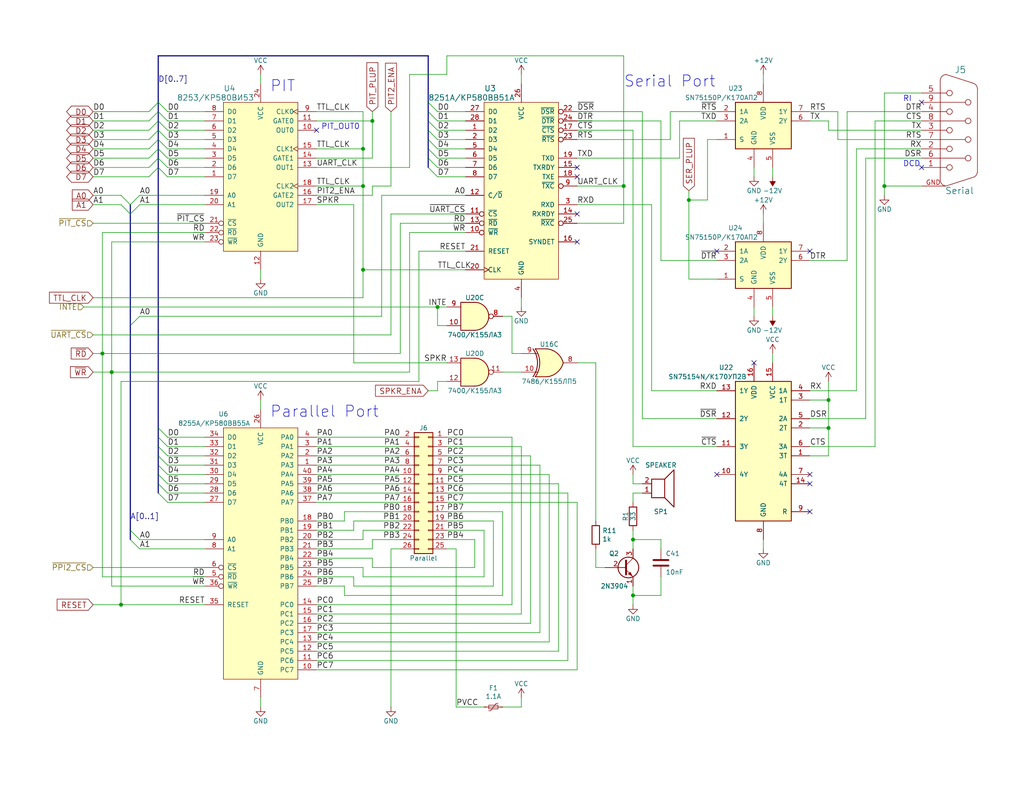
<source format=kicad_sch>
(kicad_sch (version 20211123) (generator eeschema)
  (paper "USLetter")
  (title_block (title "Radio-86RK") (date "2022-05-13") (rev "1.3") (company "Designed by Sergey Kiselev") (comment 1 "Based on the previous work by Alexey Khudyakov and Radio magazine publications") (comment 2 "Licensed under CERN-OHL-S: https://cern-ohl.web.cern.ch") (comment 3 "Documentation and design files: https://github.com/skiselev/radio-86rk") (comment 4 "Radio-86RK is an open source hardware project"))
  (junction (at 99.06 50.8))
  (junction (at 101.6 33.02))
  (junction (at 99.06 40.64))
  (junction (at 99.06 73.66))
  (junction (at 226.06 116.84))
  (junction (at 119.38 83.82))
  (junction (at 172.72 162.56))
  (junction (at 27.94 96.52))
  (junction (at 187.96 54.61))
  (junction (at 30.48 101.6))
  (junction (at 226.06 109.22))
  (junction (at 33.02 165.1))
  (junction (at 170.18 50.8))
  (junction (at 241.3 50.8))
  (junction (at 172.72 147.32))
  (no_connect (at 157.48 48.26))
  (no_connect (at 220.98 129.54))
  (no_connect (at 157.48 58.42))
  (no_connect (at 157.48 45.72))
  (no_connect (at 220.98 68.58))
  (no_connect (at 205.74 99.06))
  (no_connect (at 195.58 129.54))
  (no_connect (at 86.36 35.56))
  (no_connect (at 251.46 45.72))
  (no_connect (at 251.46 27.94))
  (no_connect (at 220.98 139.7))
  (no_connect (at 195.58 68.58))
  (no_connect (at 220.98 132.08))
  (no_connect (at 157.48 66.04))
  (bus_entry (at 40.64 40.64) (size 2.54 -2.54))
  (bus_entry (at 45.72 40.64) (size -2.54 -2.54))
  (bus_entry (at 45.72 33.02) (size -2.54 -2.54))
  (bus_entry (at 40.64 33.02) (size 2.54 -2.54))
  (bus_entry (at 119.38 38.1) (size -2.54 -2.54))
  (bus_entry (at 119.38 33.02) (size -2.54 -2.54))
  (bus_entry (at 40.64 38.1) (size 2.54 -2.54))
  (bus_entry (at 119.38 45.72) (size -2.54 -2.54))
  (bus_entry (at 45.72 45.72) (size -2.54 -2.54))
  (bus_entry (at 119.38 48.26) (size -2.54 -2.54))
  (bus_entry (at 45.72 132.08) (size -2.54 -2.54))
  (bus_entry (at 119.38 43.18) (size -2.54 -2.54))
  (bus_entry (at 40.64 43.18) (size 2.54 -2.54))
  (bus_entry (at 45.72 127) (size -2.54 -2.54))
  (bus_entry (at 45.72 129.54) (size -2.54 -2.54))
  (bus_entry (at 40.64 35.56) (size 2.54 -2.54))
  (bus_entry (at 119.38 30.48) (size -2.54 -2.54))
  (bus_entry (at 45.72 134.62) (size -2.54 -2.54))
  (bus_entry (at 35.56 55.88) (size 2.54 -2.54))
  (bus_entry (at 45.72 119.38) (size -2.54 -2.54))
  (bus_entry (at 35.56 147.32) (size 2.54 2.54))
  (bus_entry (at 45.72 137.16) (size -2.54 -2.54))
  (bus_entry (at 45.72 35.56) (size -2.54 -2.54))
  (bus_entry (at 45.72 30.48) (size -2.54 -2.54))
  (bus_entry (at 119.38 40.64) (size -2.54 -2.54))
  (bus_entry (at 35.56 55.88) (size -2.54 -2.54))
  (bus_entry (at 119.38 35.56) (size -2.54 -2.54))
  (bus_entry (at 40.64 45.72) (size 2.54 -2.54))
  (bus_entry (at 33.02 55.88) (size 2.54 2.54))
  (bus_entry (at 45.72 38.1) (size -2.54 -2.54))
  (bus_entry (at 45.72 121.92) (size -2.54 -2.54))
  (bus_entry (at 40.64 30.48) (size 2.54 -2.54))
  (bus_entry (at 35.56 58.42) (size 2.54 -2.54))
  (bus_entry (at 35.56 144.78) (size 2.54 2.54))
  (bus_entry (at 40.64 48.26) (size 2.54 -2.54))
  (bus_entry (at 45.72 124.46) (size -2.54 -2.54))
  (bus_entry (at 35.56 88.9) (size 2.54 -2.54))
  (bus_entry (at 45.72 43.18) (size -2.54 -2.54))
  (bus_entry (at 45.72 48.26) (size -2.54 -2.54))
  (bus (pts (xy 43.18 27.94) (xy 43.18 30.48)))
  (wire (pts (xy 55.88 149.86) (xy 38.1 149.86)))
  (wire (pts (xy 40.64 38.1) (xy 25.4 38.1)))
  (wire (pts (xy 86.36 53.34) (xy 101.6 53.34)))
  (wire (pts (xy 182.88 30.48) (xy 195.58 30.48)))
  (bus (pts (xy 43.18 15.24) (xy 43.18 27.94)))
  (wire (pts (xy 101.6 152.4) (xy 101.6 154.94)))
  (wire (pts (xy 111.76 63.5) (xy 127 63.5)))
  (wire (pts (xy 55.88 60.96) (xy 25.4 60.96)))
  (wire (pts (xy 55.88 53.34) (xy 38.1 53.34)))
  (wire (pts (xy 106.68 149.86) (xy 106.68 193.04)))
  (wire (pts (xy 236.22 114.3) (xy 236.22 43.18)))
  (wire (pts (xy 175.26 132.08) (xy 172.72 132.08)))
  (wire (pts (xy 121.92 15.24) (xy 170.18 15.24)))
  (wire (pts (xy 104.14 86.36) (xy 38.1 86.36)))
  (wire (pts (xy 33.02 104.14) (xy 114.3 104.14)))
  (wire (pts (xy 226.06 124.46) (xy 226.06 116.84)))
  (wire (pts (xy 182.88 38.1) (xy 182.88 30.48)))
  (wire (pts (xy 22.86 83.82) (xy 119.38 83.82)))
  (wire (pts (xy 121.92 147.32) (xy 129.54 147.32)))
  (wire (pts (xy 241.3 50.8) (xy 241.3 25.4)))
  (wire (pts (xy 55.88 55.88) (xy 38.1 55.88)))
  (bus (pts (xy 43.18 38.1) (xy 43.18 40.64)))
  (wire (pts (xy 86.36 157.48) (xy 96.52 157.48)))
  (wire (pts (xy 139.7 96.52) (xy 139.7 86.36)))
  (bus (pts (xy 43.18 43.18) (xy 43.18 45.72)))
  (wire (pts (xy 86.36 154.94) (xy 99.06 154.94)))
  (wire (pts (xy 40.64 40.64) (xy 25.4 40.64)))
  (wire (pts (xy 185.42 33.02) (xy 195.58 33.02)))
  (wire (pts (xy 40.64 35.56) (xy 25.4 35.56)))
  (bus (pts (xy 116.84 27.94) (xy 116.84 30.48)))
  (wire (pts (xy 180.34 149.86) (xy 180.34 147.32)))
  (wire (pts (xy 106.68 50.8) (xy 106.68 30.48)))
  (bus (pts (xy 43.18 45.72) (xy 43.18 116.84)))
  (wire (pts (xy 228.6 30.48) (xy 228.6 38.1)))
  (bus (pts (xy 116.84 30.48) (xy 116.84 33.02)))
  (wire (pts (xy 119.38 104.14) (xy 119.38 106.68)))
  (wire (pts (xy 157.48 38.1) (xy 182.88 38.1)))
  (wire (pts (xy 27.94 96.52) (xy 27.94 63.5)))
  (wire (pts (xy 121.92 149.86) (xy 124.46 149.86)))
  (bus (pts (xy 43.18 119.38) (xy 43.18 121.92)))
  (wire (pts (xy 86.36 149.86) (xy 101.6 149.86)))
  (wire (pts (xy 86.36 147.32) (xy 99.06 147.32)))
  (wire (pts (xy 180.34 147.32) (xy 172.72 147.32)))
  (wire (pts (xy 30.48 101.6) (xy 30.48 66.04)))
  (wire (pts (xy 195.58 71.12) (xy 180.34 71.12)))
  (wire (pts (xy 172.72 144.78) (xy 172.72 147.32)))
  (wire (pts (xy 132.08 157.48) (xy 132.08 144.78)))
  (wire (pts (xy 172.72 165.1) (xy 172.72 162.56)))
  (wire (pts (xy 220.98 121.92) (xy 238.76 121.92)))
  (wire (pts (xy 40.64 30.48) (xy 25.4 30.48)))
  (wire (pts (xy 101.6 33.02) (xy 101.6 30.48)))
  (bus (pts (xy 116.84 15.24) (xy 116.84 27.94)))
  (wire (pts (xy 226.06 33.02) (xy 220.98 33.02)))
  (wire (pts (xy 40.64 48.26) (xy 25.4 48.26)))
  (wire (pts (xy 241.3 50.8) (xy 241.3 53.34)))
  (wire (pts (xy 157.48 50.8) (xy 170.18 50.8)))
  (wire (pts (xy 187.96 54.61) (xy 187.96 76.2)))
  (wire (pts (xy 231.14 30.48) (xy 231.14 71.12)))
  (wire (pts (xy 175.26 134.62) (xy 172.72 134.62)))
  (wire (pts (xy 71.12 109.22) (xy 71.12 111.76)))
  (wire (pts (xy 231.14 71.12) (xy 220.98 71.12)))
  (wire (pts (xy 101.6 149.86) (xy 101.6 147.32)))
  (wire (pts (xy 220.98 30.48) (xy 228.6 30.48)))
  (wire (pts (xy 205.74 48.26) (xy 205.74 45.72)))
  (wire (pts (xy 233.68 40.64) (xy 233.68 106.68)))
  (wire (pts (xy 111.76 63.5) (xy 111.76 101.6)))
  (wire (pts (xy 172.72 35.56) (xy 172.72 121.92)))
  (wire (pts (xy 251.46 30.48) (xy 231.14 30.48)))
  (bus (pts (xy 43.18 132.08) (xy 43.18 134.62)))
  (wire (pts (xy 111.76 45.72) (xy 111.76 20.32)))
  (wire (pts (xy 185.42 43.18) (xy 185.42 33.02)))
  (wire (pts (xy 55.88 66.04) (xy 30.48 66.04)))
  (wire (pts (xy 226.06 116.84) (xy 226.06 109.22)))
  (wire (pts (xy 109.22 149.86) (xy 106.68 149.86)))
  (wire (pts (xy 111.76 101.6) (xy 30.48 101.6)))
  (wire (pts (xy 134.62 160.02) (xy 96.52 160.02)))
  (bus (pts (xy 43.18 127) (xy 43.18 129.54)))
  (wire (pts (xy 121.92 124.46) (xy 144.78 124.46)))
  (wire (pts (xy 86.36 55.88) (xy 96.52 55.88)))
  (wire (pts (xy 172.72 129.54) (xy 172.72 132.08)))
  (wire (pts (xy 55.88 45.72) (xy 45.72 45.72)))
  (wire (pts (xy 193.04 54.61) (xy 193.04 38.1)))
  (wire (pts (xy 172.72 35.56) (xy 157.48 35.56)))
  (wire (pts (xy 172.72 147.32) (xy 172.72 149.86)))
  (wire (pts (xy 238.76 33.02) (xy 251.46 33.02)))
  (wire (pts (xy 30.48 160.02) (xy 55.88 160.02)))
  (wire (pts (xy 157.48 43.18) (xy 185.42 43.18)))
  (wire (pts (xy 127 35.56) (xy 119.38 35.56)))
  (bus (pts (xy 116.84 33.02) (xy 116.84 35.56)))
  (wire (pts (xy 127 40.64) (xy 119.38 40.64)))
  (wire (pts (xy 55.88 124.46) (xy 45.72 124.46)))
  (bus (pts (xy 35.56 144.78) (xy 35.56 147.32)))
  (wire (pts (xy 86.36 152.4) (xy 101.6 152.4)))
  (wire (pts (xy 121.92 88.9) (xy 119.38 88.9)))
  (wire (pts (xy 86.36 175.26) (xy 149.86 175.26)))
  (wire (pts (xy 236.22 43.18) (xy 251.46 43.18)))
  (wire (pts (xy 210.82 83.82) (xy 210.82 86.36)))
  (wire (pts (xy 71.12 193.04) (xy 71.12 190.5)))
  (wire (pts (xy 220.98 106.68) (xy 233.68 106.68)))
  (wire (pts (xy 86.36 142.24) (xy 93.98 142.24)))
  (wire (pts (xy 121.92 121.92) (xy 142.24 121.92)))
  (bus (pts (xy 43.18 124.46) (xy 43.18 127)))
  (wire (pts (xy 86.36 172.72) (xy 147.32 172.72)))
  (wire (pts (xy 99.06 40.64) (xy 99.06 30.48)))
  (wire (pts (xy 220.98 114.3) (xy 236.22 114.3)))
  (wire (pts (xy 142.24 20.32) (xy 142.24 22.86)))
  (wire (pts (xy 137.16 162.56) (xy 93.98 162.56)))
  (wire (pts (xy 111.76 20.32) (xy 121.92 20.32)))
  (wire (pts (xy 137.16 193.04) (xy 142.24 193.04)))
  (wire (pts (xy 27.94 157.48) (xy 55.88 157.48)))
  (wire (pts (xy 55.88 30.48) (xy 45.72 30.48)))
  (wire (pts (xy 86.36 160.02) (xy 93.98 160.02)))
  (wire (pts (xy 127 48.26) (xy 119.38 48.26)))
  (wire (pts (xy 55.88 38.1) (xy 45.72 38.1)))
  (wire (pts (xy 99.06 73.66) (xy 99.06 81.28)))
  (bus (pts (xy 43.18 33.02) (xy 43.18 35.56)))
  (wire (pts (xy 121.92 142.24) (xy 134.62 142.24)))
  (wire (pts (xy 114.3 104.14) (xy 114.3 68.58)))
  (wire (pts (xy 121.92 20.32) (xy 121.92 15.24)))
  (wire (pts (xy 106.68 58.42) (xy 127 58.42)))
  (wire (pts (xy 172.72 162.56) (xy 172.72 160.02)))
  (wire (pts (xy 121.92 127) (xy 147.32 127)))
  (wire (pts (xy 121.92 144.78) (xy 132.08 144.78)))
  (wire (pts (xy 121.92 137.16) (xy 157.48 137.16)))
  (wire (pts (xy 86.36 134.62) (xy 109.22 134.62)))
  (wire (pts (xy 228.6 38.1) (xy 251.46 38.1)))
  (wire (pts (xy 71.12 73.66) (xy 71.12 76.2)))
  (wire (pts (xy 86.36 40.64) (xy 99.06 40.64)))
  (wire (pts (xy 27.94 157.48) (xy 27.94 96.52)))
  (wire (pts (xy 162.56 99.06) (xy 157.48 99.06)))
  (wire (pts (xy 99.06 144.78) (xy 99.06 147.32)))
  (wire (pts (xy 195.58 38.1) (xy 193.04 38.1)))
  (wire (pts (xy 172.72 162.56) (xy 180.34 162.56)))
  (wire (pts (xy 175.26 114.3) (xy 195.58 114.3)))
  (bus (pts (xy 116.84 43.18) (xy 116.84 45.72)))
  (wire (pts (xy 86.36 180.34) (xy 154.94 180.34)))
  (wire (pts (xy 33.02 53.34) (xy 25.4 53.34)))
  (wire (pts (xy 132.08 193.04) (xy 124.46 193.04)))
  (wire (pts (xy 238.76 33.02) (xy 238.76 121.92)))
  (wire (pts (xy 144.78 124.46) (xy 144.78 170.18)))
  (wire (pts (xy 86.36 33.02) (xy 101.6 33.02)))
  (wire (pts (xy 109.22 60.96) (xy 127 60.96)))
  (wire (pts (xy 187.96 52.07) (xy 187.96 54.61)))
  (wire (pts (xy 101.6 147.32) (xy 109.22 147.32)))
  (wire (pts (xy 121.92 132.08) (xy 152.4 132.08)))
  (wire (pts (xy 101.6 43.18) (xy 101.6 33.02)))
  (wire (pts (xy 121.92 134.62) (xy 154.94 134.62)))
  (wire (pts (xy 30.48 101.6) (xy 30.48 160.02)))
  (wire (pts (xy 251.46 40.64) (xy 233.68 40.64)))
  (wire (pts (xy 93.98 162.56) (xy 93.98 160.02)))
  (wire (pts (xy 162.56 149.86) (xy 162.56 154.94)))
  (wire (pts (xy 33.02 165.1) (xy 25.4 165.1)))
  (wire (pts (xy 55.88 132.08) (xy 45.72 132.08)))
  (wire (pts (xy 170.18 60.96) (xy 157.48 60.96)))
  (wire (pts (xy 55.88 137.16) (xy 45.72 137.16)))
  (wire (pts (xy 86.36 43.18) (xy 101.6 43.18)))
  (wire (pts (xy 25.4 96.52) (xy 27.94 96.52)))
  (wire (pts (xy 127 45.72) (xy 119.38 45.72)))
  (wire (pts (xy 55.88 35.56) (xy 45.72 35.56)))
  (wire (pts (xy 142.24 193.04) (xy 142.24 190.5)))
  (wire (pts (xy 101.6 53.34) (xy 101.6 50.8)))
  (wire (pts (xy 33.02 55.88) (xy 25.4 55.88)))
  (wire (pts (xy 40.64 45.72) (xy 25.4 45.72)))
  (bus (pts (xy 43.18 30.48) (xy 43.18 33.02)))
  (wire (pts (xy 119.38 106.68) (xy 116.84 106.68)))
  (wire (pts (xy 177.8 106.68) (xy 195.58 106.68)))
  (wire (pts (xy 149.86 129.54) (xy 149.86 175.26)))
  (wire (pts (xy 142.24 96.52) (xy 139.7 96.52)))
  (wire (pts (xy 208.28 20.32) (xy 208.28 22.86)))
  (wire (pts (xy 134.62 142.24) (xy 134.62 160.02)))
  (wire (pts (xy 170.18 50.8) (xy 170.18 60.96)))
  (wire (pts (xy 154.94 134.62) (xy 154.94 180.34)))
  (wire (pts (xy 86.36 30.48) (xy 99.06 30.48)))
  (wire (pts (xy 25.4 101.6) (xy 30.48 101.6)))
  (wire (pts (xy 99.06 144.78) (xy 109.22 144.78)))
  (wire (pts (xy 99.06 154.94) (xy 99.06 157.48)))
  (wire (pts (xy 175.26 114.3) (xy 175.26 30.48)))
  (bus (pts (xy 43.18 116.84) (xy 43.18 119.38)))
  (bus (pts (xy 43.18 40.64) (xy 43.18 43.18)))
  (wire (pts (xy 208.28 147.32) (xy 208.28 149.86)))
  (wire (pts (xy 142.24 101.6) (xy 137.16 101.6)))
  (wire (pts (xy 96.52 142.24) (xy 109.22 142.24)))
  (wire (pts (xy 127 33.02) (xy 119.38 33.02)))
  (wire (pts (xy 55.88 154.94) (xy 25.4 154.94)))
  (wire (pts (xy 104.14 53.34) (xy 127 53.34)))
  (wire (pts (xy 40.64 43.18) (xy 25.4 43.18)))
  (wire (pts (xy 86.36 124.46) (xy 109.22 124.46)))
  (wire (pts (xy 101.6 50.8) (xy 106.68 50.8)))
  (wire (pts (xy 55.88 121.92) (xy 45.72 121.92)))
  (wire (pts (xy 157.48 33.02) (xy 180.34 33.02)))
  (wire (pts (xy 96.52 55.88) (xy 96.52 99.06)))
  (wire (pts (xy 127 38.1) (xy 119.38 38.1)))
  (wire (pts (xy 220.98 124.46) (xy 226.06 124.46)))
  (wire (pts (xy 40.64 33.02) (xy 25.4 33.02)))
  (wire (pts (xy 86.36 127) (xy 109.22 127)))
  (bus (pts (xy 43.18 35.56) (xy 43.18 38.1)))
  (wire (pts (xy 55.88 129.54) (xy 45.72 129.54)))
  (wire (pts (xy 208.28 58.42) (xy 208.28 60.96)))
  (wire (pts (xy 220.98 116.84) (xy 226.06 116.84)))
  (wire (pts (xy 55.88 40.64) (xy 45.72 40.64)))
  (wire (pts (xy 99.06 50.8) (xy 99.06 73.66)))
  (wire (pts (xy 139.7 165.1) (xy 139.7 119.38)))
  (wire (pts (xy 86.36 45.72) (xy 111.76 45.72)))
  (wire (pts (xy 210.82 45.72) (xy 210.82 48.26)))
  (wire (pts (xy 139.7 86.36) (xy 137.16 86.36)))
  (wire (pts (xy 55.88 127) (xy 45.72 127)))
  (wire (pts (xy 99.06 81.28) (xy 25.4 81.28)))
  (wire (pts (xy 93.98 139.7) (xy 109.22 139.7)))
  (wire (pts (xy 55.88 119.38) (xy 45.72 119.38)))
  (wire (pts (xy 127 30.48) (xy 119.38 30.48)))
  (wire (pts (xy 220.98 109.22) (xy 226.06 109.22)))
  (wire (pts (xy 180.34 33.02) (xy 180.34 71.12)))
  (wire (pts (xy 137.16 139.7) (xy 137.16 162.56)))
  (wire (pts (xy 127 43.18) (xy 119.38 43.18)))
  (bus (pts (xy 35.56 55.88) (xy 35.56 58.42)))
  (wire (pts (xy 180.34 162.56) (xy 180.34 157.48)))
  (wire (pts (xy 121.92 104.14) (xy 119.38 104.14)))
  (bus (pts (xy 43.18 15.24) (xy 116.84 15.24)))
  (wire (pts (xy 99.06 157.48) (xy 132.08 157.48)))
  (wire (pts (xy 177.8 55.88) (xy 177.8 106.68)))
  (bus (pts (xy 35.56 58.42) (xy 35.56 88.9)))
  (wire (pts (xy 187.96 54.61) (xy 193.04 54.61)))
  (wire (pts (xy 27.94 96.52) (xy 109.22 96.52)))
  (wire (pts (xy 124.46 193.04) (xy 124.46 149.86)))
  (wire (pts (xy 86.36 129.54) (xy 109.22 129.54)))
  (wire (pts (xy 86.36 165.1) (xy 139.7 165.1)))
  (wire (pts (xy 33.02 104.14) (xy 33.02 165.1)))
  (wire (pts (xy 119.38 83.82) (xy 121.92 83.82)))
  (wire (pts (xy 99.06 50.8) (xy 99.06 40.64)))
  (wire (pts (xy 241.3 50.8) (xy 251.46 50.8)))
  (wire (pts (xy 55.88 48.26) (xy 45.72 48.26)))
  (bus (pts (xy 43.18 121.92) (xy 43.18 124.46)))
  (wire (pts (xy 162.56 154.94) (xy 165.1 154.94)))
  (wire (pts (xy 86.36 182.88) (xy 157.48 182.88)))
  (wire (pts (xy 172.72 121.92) (xy 195.58 121.92)))
  (wire (pts (xy 162.56 142.24) (xy 162.56 99.06)))
  (wire (pts (xy 86.36 137.16) (xy 109.22 137.16)))
  (wire (pts (xy 55.88 147.32) (xy 38.1 147.32)))
  (wire (pts (xy 157.48 30.48) (xy 175.26 30.48)))
  (wire (pts (xy 106.68 91.44) (xy 106.68 58.42)))
  (wire (pts (xy 119.38 88.9) (xy 119.38 83.82)))
  (wire (pts (xy 96.52 99.06) (xy 121.92 99.06)))
  (wire (pts (xy 55.88 33.02) (xy 45.72 33.02)))
  (wire (pts (xy 226.06 109.22) (xy 226.06 104.14)))
  (wire (pts (xy 55.88 43.18) (xy 45.72 43.18)))
  (wire (pts (xy 99.06 73.66) (xy 127 73.66)))
  (wire (pts (xy 129.54 154.94) (xy 129.54 147.32)))
  (wire (pts (xy 25.4 91.44) (xy 106.68 91.44)))
  (wire (pts (xy 101.6 154.94) (xy 129.54 154.94)))
  (wire (pts (xy 27.94 63.5) (xy 55.88 63.5)))
  (wire (pts (xy 86.36 170.18) (xy 144.78 170.18)))
  (wire (pts (xy 109.22 96.52) (xy 109.22 60.96)))
  (wire (pts (xy 226.06 33.02) (xy 226.06 35.56)))
  (wire (pts (xy 86.36 119.38) (xy 109.22 119.38)))
  (bus (pts (xy 116.84 35.56) (xy 116.84 38.1)))
  (wire (pts (xy 157.48 182.88) (xy 157.48 137.16)))
  (wire (pts (xy 33.02 165.1) (xy 55.88 165.1)))
  (wire (pts (xy 142.24 121.92) (xy 142.24 167.64)))
  (wire (pts (xy 86.36 177.8) (xy 152.4 177.8)))
  (wire (pts (xy 210.82 96.52) (xy 210.82 99.06)))
  (wire (pts (xy 86.36 167.64) (xy 142.24 167.64)))
  (wire (pts (xy 205.74 86.36) (xy 205.74 83.82)))
  (wire (pts (xy 121.92 129.54) (xy 149.86 129.54)))
  (bus (pts (xy 35.56 88.9) (xy 35.56 144.78)))
  (wire (pts (xy 86.36 132.08) (xy 109.22 132.08)))
  (wire (pts (xy 147.32 127) (xy 147.32 172.72)))
  (wire (pts (xy 157.48 55.88) (xy 177.8 55.88)))
  (wire (pts (xy 96.52 160.02) (xy 96.52 157.48)))
  (wire (pts (xy 187.96 76.2) (xy 195.58 76.2)))
  (wire (pts (xy 114.3 68.58) (xy 127 68.58)))
  (wire (pts (xy 86.36 144.78) (xy 96.52 144.78)))
  (bus (pts (xy 116.84 40.64) (xy 116.84 43.18)))
  (wire (pts (xy 86.36 121.92) (xy 109.22 121.92)))
  (wire (pts (xy 121.92 139.7) (xy 137.16 139.7)))
  (wire (pts (xy 86.36 50.8) (xy 99.06 50.8)))
  (bus (pts (xy 43.18 129.54) (xy 43.18 132.08)))
  (wire (pts (xy 96.52 144.78) (xy 96.52 142.24)))
  (wire (pts (xy 152.4 177.8) (xy 152.4 132.08)))
  (wire (pts (xy 241.3 25.4) (xy 251.46 25.4)))
  (wire (pts (xy 226.06 35.56) (xy 251.46 35.56)))
  (wire (pts (xy 55.88 134.62) (xy 45.72 134.62)))
  (wire (pts (xy 93.98 142.24) (xy 93.98 139.7)))
  (wire (pts (xy 121.92 119.38) (xy 139.7 119.38)))
  (wire (pts (xy 142.24 81.28) (xy 142.24 83.82)))
  (wire (pts (xy 170.18 15.24) (xy 170.18 50.8)))
  (wire (pts (xy 71.12 20.32) (xy 71.12 22.86)))
  (wire (pts (xy 172.72 134.62) (xy 172.72 137.16)))
  (wire (pts (xy 104.14 53.34) (xy 104.14 86.36)))
  (bus (pts (xy 116.84 38.1) (xy 116.84 40.64)))
  (text "PIT" (at 73.66 25.4 0) (effects (font (size 3.048 3.048)) (justify left bottom)))
  (text "DCD" (at 246.38 45.72 0) (effects (font (size 1.524 1.524)) (justify left bottom)))
  (text "PIT_OUT0" (at 87.63 35.56 0) (effects (font (size 1.524 1.524)) (justify left bottom)))
  (text "Parallel Port" (at 73.66 114.3 0) (effects (font (size 3.048 3.048)) (justify left bottom)))
  (text "Serial Port" (at 170.18 24.13 0) (effects (font (size 3.048 3.048)) (justify left bottom)))
  (text "RI" (at 246.38 27.94 0) (effects (font (size 1.524 1.524)) (justify left bottom)))
  (label "PA6" (at 86.36 134.62 0) (effects (font (size 1.524 1.524))))
  (label "RESET" (at 55.88 165.1 180) (effects (font (size 1.524 1.524))))
  (label "PA3" (at 109.22 127 180) (effects (font (size 1.524 1.524))))
  (label "CTS" (at 251.46 33.02 180) (effects (font (size 1.524 1.524))))
  (label "D4" (at 119.38 40.64 0) (effects (font (size 1.524 1.524))))
  (label "DSR" (at 251.46 43.18 180) (effects (font (size 1.524 1.524))))
  (label "PC6" (at 121.92 134.62 0) (effects (font (size 1.524 1.524))))
  (label "~{RTS}" (at 157.48 38.1 0) (effects (font (size 1.524 1.524))))
  (label "D3" (at 119.38 38.1 0) (effects (font (size 1.524 1.524))))
  (label "RX" (at 251.46 40.64 180) (effects (font (size 1.524 1.524))))
  (label "DSR" (at 220.98 114.3 0) (effects (font (size 1.524 1.524))))
  (label "PB4" (at 86.36 152.4 0) (effects (font (size 1.524 1.524))))
  (label "PA6" (at 109.22 134.62 180) (effects (font (size 1.524 1.524))))
  (label "D0" (at 45.72 30.48 0) (effects (font (size 1.524 1.524))))
  (label "PC7" (at 121.92 137.16 0) (effects (font (size 1.524 1.524))))
  (label "~{DTR}" (at 157.48 33.02 0) (effects (font (size 1.524 1.524))))
  (label "PVCC" (at 124.46 193.04 0) (effects (font (size 1.524 1.524))))
  (label "PC0" (at 121.92 119.38 0) (effects (font (size 1.524 1.524))))
  (label "PA4" (at 109.22 129.54 180) (effects (font (size 1.524 1.524))))
  (label "D7" (at 25.4 48.26 0) (effects (font (size 1.524 1.524))))
  (label "TTL_CLK" (at 86.36 40.64 0) (effects (font (size 1.524 1.524))))
  (label "PA4" (at 86.36 129.54 0) (effects (font (size 1.524 1.524))))
  (label "PA1" (at 109.22 121.92 180) (effects (font (size 1.524 1.524))))
  (label "PB3" (at 109.22 147.32 180) (effects (font (size 1.524 1.524))))
  (label "D1" (at 45.72 121.92 0) (effects (font (size 1.524 1.524))))
  (label "A1" (at 25.4 55.88 0) (effects (font (size 1.524 1.524))))
  (label "CTS" (at 220.98 121.92 0) (effects (font (size 1.524 1.524))))
  (label "A0" (at 127 53.34 180) (effects (font (size 1.524 1.524))))
  (label "TXD" (at 157.48 43.18 0) (effects (font (size 1.524 1.524))))
  (label "D7" (at 45.72 137.16 0) (effects (font (size 1.524 1.524))))
  (label "RXD" (at 195.58 106.68 180) (effects (font (size 1.524 1.524))))
  (label "A0" (at 38.1 53.34 0) (effects (font (size 1.524 1.524))))
  (label "D1" (at 119.38 33.02 0) (effects (font (size 1.524 1.524))))
  (label "~{WR}" (at 55.88 66.04 180) (effects (font (size 1.524 1.524))))
  (label "SPKR" (at 86.36 55.88 0) (effects (font (size 1.524 1.524))))
  (label "D2" (at 45.72 124.46 0) (effects (font (size 1.524 1.524))))
  (label "PB5" (at 86.36 154.94 0) (effects (font (size 1.524 1.524))))
  (label "PA0" (at 86.36 119.38 0) (effects (font (size 1.524 1.524))))
  (label "PA7" (at 109.22 137.16 180) (effects (font (size 1.524 1.524))))
  (label "RTS" (at 220.98 30.48 0) (effects (font (size 1.524 1.524))))
  (label "TXD" (at 195.58 33.02 180) (effects (font (size 1.524 1.524))))
  (label "PB6" (at 121.92 142.24 0) (effects (font (size 1.524 1.524))))
  (label "D2" (at 119.38 35.56 0) (effects (font (size 1.524 1.524))))
  (label "TX" (at 251.46 35.56 180) (effects (font (size 1.524 1.524))))
  (label "TTL_CLK" (at 119.38 73.66 0) (effects (font (size 1.524 1.524))))
  (label "PIT2_ENA" (at 86.36 53.34 0) (effects (font (size 1.524 1.524))))
  (label "PA7" (at 86.36 137.16 0) (effects (font (size 1.524 1.524))))
  (label "~{WR}" (at 55.88 160.02 180) (effects (font (size 1.524 1.524))))
  (label "D5" (at 45.72 132.08 0) (effects (font (size 1.524 1.524))))
  (label "PA2" (at 86.36 124.46 0) (effects (font (size 1.524 1.524))))
  (label "PB2" (at 86.36 147.32 0) (effects (font (size 1.524 1.524))))
  (label "UART_CLK" (at 157.48 50.8 0) (effects (font (size 1.524 1.524))))
  (label "D0" (at 119.38 30.48 0) (effects (font (size 1.524 1.524))))
  (label "A[0..1]" (at 35.56 142.24 0) (effects (font (size 1.524 1.524))))
  (label "DTR" (at 251.46 30.48 180) (effects (font (size 1.524 1.524))))
  (label "D3" (at 45.72 127 0) (effects (font (size 1.524 1.524))))
  (label "~{CTS}" (at 157.48 35.56 0) (effects (font (size 1.524 1.524))))
  (label "PB2" (at 109.22 144.78 180) (effects (font (size 1.524 1.524))))
  (label "D5" (at 25.4 43.18 0) (effects (font (size 1.524 1.524))))
  (label "PC5" (at 86.36 177.8 0) (effects (font (size 1.524 1.524))))
  (label "D6" (at 45.72 134.62 0) (effects (font (size 1.524 1.524))))
  (label "PC3" (at 121.92 127 0) (effects (font (size 1.524 1.524))))
  (label "UART_CLK" (at 86.36 45.72 0) (effects (font (size 1.524 1.524))))
  (label "A1" (at 38.1 149.86 0) (effects (font (size 1.524 1.524))))
  (label "A0" (at 25.4 53.34 0) (effects (font (size 1.524 1.524))))
  (label "PB6" (at 86.36 157.48 0) (effects (font (size 1.524 1.524))))
  (label "RX" (at 220.98 106.68 0) (effects (font (size 1.524 1.524))))
  (label "D[0..7]" (at 43.18 22.86 0) (effects (font (size 1.524 1.524))))
  (label "A0" (at 38.1 147.32 0) (effects (font (size 1.524 1.524))))
  (label "PC2" (at 121.92 124.46 0) (effects (font (size 1.524 1.524))))
  (label "D6" (at 45.72 45.72 0) (effects (font (size 1.524 1.524))))
  (label "D7" (at 45.72 48.26 0) (effects (font (size 1.524 1.524))))
  (label "TTL_CLK" (at 86.36 50.8 0) (effects (font (size 1.524 1.524))))
  (label "INTE" (at 121.92 83.82 180) (effects (font (size 1.524 1.524))))
  (label "D0" (at 25.4 30.48 0) (effects (font (size 1.524 1.524))))
  (label "PC6" (at 86.36 180.34 0) (effects (font (size 1.524 1.524))))
  (label "~{DSR}" (at 195.58 114.3 180) (effects (font (size 1.524 1.524))))
  (label "D4" (at 25.4 40.64 0) (effects (font (size 1.524 1.524))))
  (label "PB4" (at 121.92 147.32 0) (effects (font (size 1.524 1.524))))
  (label "D4" (at 45.72 129.54 0) (effects (font (size 1.524 1.524))))
  (label "D7" (at 119.38 48.26 0) (effects (font (size 1.524 1.524))))
  (label "PB7" (at 121.92 139.7 0) (effects (font (size 1.524 1.524))))
  (label "PA2" (at 109.22 124.46 180) (effects (font (size 1.524 1.524))))
  (label "PC1" (at 121.92 121.92 0) (effects (font (size 1.524 1.524))))
  (label "D6" (at 25.4 45.72 0) (effects (font (size 1.524 1.524))))
  (label "PA5" (at 86.36 132.08 0) (effects (font (size 1.524 1.524))))
  (label "D6" (at 119.38 45.72 0) (effects (font (size 1.524 1.524))))
  (label "PC2" (at 86.36 170.18 0) (effects (font (size 1.524 1.524))))
  (label "DTR" (at 220.98 71.12 0) (effects (font (size 1.524 1.524))))
  (label "~{CTS}" (at 195.58 121.92 180) (effects (font (size 1.524 1.524))))
  (label "PB7" (at 86.36 160.02 0) (effects (font (size 1.524 1.524))))
  (label "D1" (at 45.72 33.02 0) (effects (font (size 1.524 1.524))))
  (label "~{RD}" (at 55.88 63.5 180) (effects (font (size 1.524 1.524))))
  (label "SPKR" (at 121.92 99.06 180) (effects (font (size 1.524 1.524))))
  (label "D2" (at 25.4 35.56 0) (effects (font (size 1.524 1.524))))
  (label "D3" (at 25.4 38.1 0) (effects (font (size 1.524 1.524))))
  (label "~{RTS}" (at 195.58 30.48 180) (effects (font (size 1.524 1.524))))
  (label "PB1" (at 109.22 142.24 180) (effects (font (size 1.524 1.524))))
  (label "~{UART_CS}" (at 127 58.42 180) (effects (font (size 1.524 1.524))))
  (label "~{DTR}" (at 195.58 71.12 180) (effects (font (size 1.524 1.524))))
  (label "RESET" (at 127 68.58 180) (effects (font (size 1.524 1.524))))
  (label "PB3" (at 86.36 149.86 0) (effects (font (size 1.524 1.524))))
  (label "~{DSR}" (at 157.48 30.48 0) (effects (font (size 1.524 1.524))))
  (label "PC4" (at 86.36 175.26 0) (effects (font (size 1.524 1.524))))
  (label "RXD" (at 157.48 55.88 0) (effects (font (size 1.524 1.524))))
  (label "PC0" (at 86.36 165.1 0) (effects (font (size 1.524 1.524))))
  (label "PB0" (at 109.22 139.7 180) (effects (font (size 1.524 1.524))))
  (label "D5" (at 45.72 43.18 0) (effects (font (size 1.524 1.524))))
  (label "~{RD}" (at 55.88 157.48 180) (effects (font (size 1.524 1.524))))
  (label "PC4" (at 121.92 129.54 0) (effects (font (size 1.524 1.524))))
  (label "A1" (at 38.1 55.88 0) (effects (font (size 1.524 1.524))))
  (label "~{RD}" (at 127 60.96 180) (effects (font (size 1.524 1.524))))
  (label "PC3" (at 86.36 172.72 0) (effects (font (size 1.524 1.524))))
  (label "TTL_CLK" (at 86.36 30.48 0) (effects (font (size 1.524 1.524))))
  (label "D3" (at 45.72 38.1 0) (effects (font (size 1.524 1.524))))
  (label "PB0" (at 86.36 142.24 0) (effects (font (size 1.524 1.524))))
  (label "PA1" (at 86.36 121.92 0) (effects (font (size 1.524 1.524))))
  (label "PC7" (at 86.36 182.88 0) (effects (font (size 1.524 1.524))))
  (label "A0" (at 38.1 86.36 0) (effects (font (size 1.524 1.524))))
  (label "PA5" (at 109.22 132.08 180) (effects (font (size 1.524 1.524))))
  (label "D5" (at 119.38 43.18 0) (effects (font (size 1.524 1.524))))
  (label "PC1" (at 86.36 167.64 0) (effects (font (size 1.524 1.524))))
  (label "RTS" (at 251.46 38.1 180) (effects (font (size 1.524 1.524))))
  (label "D1" (at 25.4 33.02 0) (effects (font (size 1.524 1.524))))
  (label "~{WR}" (at 127 63.5 180) (effects (font (size 1.524 1.524))))
  (label "PA3" (at 86.36 127 0) (effects (font (size 1.524 1.524))))
  (label "PB1" (at 86.36 144.78 0) (effects (font (size 1.524 1.524))))
  (label "D2" (at 45.72 35.56 0) (effects (font (size 1.524 1.524))))
  (label "~{PIT_CS}" (at 55.88 60.96 180) (effects (font (size 1.524 1.524))))
  (label "D4" (at 45.72 40.64 0) (effects (font (size 1.524 1.524))))
  (label "D0" (at 45.72 119.38 0) (effects (font (size 1.524 1.524))))
  (label "TX" (at 220.98 33.02 0) (effects (font (size 1.524 1.524))))
  (label "PB5" (at 121.92 144.78 0) (effects (font (size 1.524 1.524))))
  (label "PC5" (at 121.92 132.08 0) (effects (font (size 1.524 1.524))))
  (label "PA0" (at 109.22 119.38 180) (effects (font (size 1.524 1.524))))
  (global_label "D1" (shape bidirectional) (at 25.4 33.02 180) (effects (font (size 1.524 1.524))) (property "Intersheet References" "${INTERSHEET_REFS}" (effects hide)))
  (global_label "PIT_PLUP" (shape input) (at 101.6 30.48 90) (effects (font (size 1.524 1.524))) (property "Intersheet References" "${INTERSHEET_REFS}" (effects hide)))
  (global_label "SPKR_ENA" (shape input) (at 116.84 106.68 180) (effects (font (size 1.524 1.524))) (property "Intersheet References" "${INTERSHEET_REFS}" (effects hide)))
  (global_label "~{WR}" (shape input) (at 25.4 101.6 180) (effects (font (size 1.524 1.524))) (property "Intersheet References" "${INTERSHEET_REFS}" (effects hide)))
  (global_label "D7" (shape bidirectional) (at 25.4 48.26 180) (effects (font (size 1.524 1.524))) (property "Intersheet References" "${INTERSHEET_REFS}" (effects hide)))
  (global_label "D4" (shape bidirectional) (at 25.4 40.64 180) (effects (font (size 1.524 1.524))) (property "Intersheet References" "${INTERSHEET_REFS}" (effects hide)))
  (global_label "D5" (shape bidirectional) (at 25.4 43.18 180) (effects (font (size 1.524 1.524))) (property "Intersheet References" "${INTERSHEET_REFS}" (effects hide)))
  (global_label "A0" (shape input) (at 25.4 53.34 180) (effects (font (size 1.524 1.524))) (property "Intersheet References" "${INTERSHEET_REFS}" (effects hide)))
  (global_label "TTL_CLK" (shape input) (at 25.4 81.28 180) (effects (font (size 1.524 1.524))) (property "Intersheet References" "${INTERSHEET_REFS}" (effects hide)))
  (global_label "D2" (shape bidirectional) (at 25.4 35.56 180) (effects (font (size 1.524 1.524))) (property "Intersheet References" "${INTERSHEET_REFS}" (effects hide)))
  (global_label "D6" (shape bidirectional) (at 25.4 45.72 180) (effects (font (size 1.524 1.524))) (property "Intersheet References" "${INTERSHEET_REFS}" (effects hide)))
  (global_label "D3" (shape bidirectional) (at 25.4 38.1 180) (effects (font (size 1.524 1.524))) (property "Intersheet References" "${INTERSHEET_REFS}" (effects hide)))
  (global_label "PIT2_ENA" (shape input) (at 106.68 30.48 90) (effects (font (size 1.524 1.524))) (property "Intersheet References" "${INTERSHEET_REFS}" (effects hide)))
  (global_label "~{RD}" (shape input) (at 25.4 96.52 180) (effects (font (size 1.524 1.524))) (property "Intersheet References" "${INTERSHEET_REFS}" (effects hide)))
  (global_label "D0" (shape bidirectional) (at 25.4 30.48 180) (effects (font (size 1.524 1.524))) (property "Intersheet References" "${INTERSHEET_REFS}" (effects hide)))
  (global_label "RESET" (shape input) (at 25.4 165.1 180) (effects (font (size 1.524 1.524))) (property "Intersheet References" "${INTERSHEET_REFS}" (effects hide)))
  (global_label "A1" (shape input) (at 25.4 55.88 180) (effects (font (size 1.524 1.524))) (property "Intersheet References" "${INTERSHEET_REFS}" (effects hide)))
  (global_label "SER_PLUP" (shape input) (at 187.96 52.07 90) (effects (font (size 1.524 1.524))) (property "Intersheet References" "${INTERSHEET_REFS}" (effects hide)))
  (hierarchical_label "~{UART_CS}" (shape input) (at 25.4 91.44 180) (effects (font (size 1.524 1.524))))
  (hierarchical_label "INTE" (shape input) (at 22.86 83.82 180) (effects (font (size 1.524 1.524))))
  (hierarchical_label "~{PIT_CS}" (shape input) (at 25.4 60.96 180) (effects (font (size 1.524 1.524))))
  (hierarchical_label "~{PPI2_CS}" (shape input) (at 25.4 154.94 180) (effects (font (size 1.524 1.524))))
  (symbol (lib_id "my_components:8255") (at 71.12 151.13 0) (unit 1)
    (property "Reference" "U6" (at 60.96 113.03 0))
    (property "Value" "8255A/КР580ВВ55А" (at 58.42 115.57 0))
    (property "Footprint" "My_Components:IC_DIP40_600" (effects hide))
    (property "Datasheet" "http://aturing.umcs.maine.edu/~meadow/courses/cos335/Intel8255A.pdf" (effects hide))
  )
  (symbol (lib_id "power:GND") (at 71.12 193.04 0) (unit 1)
    (property "Reference" "#PWR0167" (effects hide))
    (property "Value" "GND" (at 71.12 196.85 0))
  )
  (symbol (lib_id "power:VCC") (at 71.12 109.22 0) (unit 1)
    (property "Reference" "#PWR0168" (effects hide))
    (property "Value" "VCC" (at 71.12 105.41 0))
  )
  (symbol (lib_id "power:VCC") (at 172.72 129.54 0) (unit 1)
    (property "Reference" "#PWR0117" (effects hide))
    (property "Value" "VCC" (at 172.72 125.73 0))
  )
  (symbol (lib_id "Device:Polyfuse_Small") (at 134.62 193.04 270) (unit 1)
    (property "Reference" "F1" (at 134.62 187.833 90))
    (property "Value" "1.1A" (at 134.62 190.1444 90))
    (property "Footprint" "My_Components:Cap_Cer_508" (effects hide))
  )
  (symbol (lib_id "74xx:74LS86") (at 149.86 99.06 0) (unit 3)
    (property "Reference" "U16" (at 149.86 93.98 0))
    (property "Value" "7486/К155ЛП5" (at 149.86 104.14 0))
    (property "Footprint" "My_Components:IC_DIP14_300" (effects hide))
    (property "Datasheet" "74xx/74ls86.pdf" (effects hide))
  )
  (symbol (lib_id "Device:Q_NPN_EBC") (at 170.18 154.94 0) (unit 1)
    (property "Reference" "Q2" (at 168.91 151.13 0) (effects (justify right)))
    (property "Value" "2N3904" (at 171.45 160.02 0) (effects (justify right)))
    (property "Footprint" "My_Components:Transistor_TO92_EBC_254" (effects hide))
  )
  (symbol (lib_id "power:GND") (at 172.72 165.1 0) (mirror y) (unit 1)
    (property "Reference" "#PWR0166" (effects hide))
    (property "Value" "GND" (at 172.72 168.91 0))
  )
  (symbol (lib_id "Device:C") (at 180.34 153.67 0) (unit 1)
    (property "Reference" "C41" (at 181.61 151.13 0) (effects (justify left)))
    (property "Value" "10nF" (at 181.61 156.21 0) (effects (justify left)))
    (property "Footprint" "My_Components:Cap_Cer_508" (effects hide))
  )
  (symbol (lib_id "power:VCC") (at 142.24 20.32 0) (mirror y) (unit 1)
    (property "Reference" "#PWR0186" (effects hide))
    (property "Value" "VCC" (at 142.24 16.51 0))
  )
  (symbol (lib_id "power:GND") (at 142.24 83.82 0) (unit 1)
    (property "Reference" "#PWR0187" (effects hide))
    (property "Value" "GND" (at 142.24 87.63 0))
  )
  (symbol (lib_id "power:VCC") (at 142.24 190.5 0) (unit 1)
    (property "Reference" "#PWR0188" (effects hide))
    (property "Value" "VCC" (at 142.24 186.69 0))
  )
  (symbol (lib_id "power:GND") (at 71.12 76.2 0) (unit 1)
    (property "Reference" "#PWR0189" (effects hide))
    (property "Value" "GND" (at 71.12 80.01 0))
  )
  (symbol (lib_id "power:VCC") (at 71.12 20.32 0) (mirror y) (unit 1)
    (property "Reference" "#PWR0190" (effects hide))
    (property "Value" "VCC" (at 71.12 16.51 0))
  )
  (symbol (lib_id "Connector_Generic:Conn_02x13_Odd_Even") (at 116.84 134.62 0) (mirror y) (unit 1)
    (property "Reference" "J6" (at 115.57 116.84 0))
    (property "Value" "Parallel" (at 115.57 152.4 0))
    (property "Footprint" "My_Components:Conn_Pin_Header_13x2_2.54mm_Shrouded" (effects hide))
  )
  (symbol (lib_id "power:GND") (at 106.68 193.04 0) (mirror y) (unit 1)
    (property "Reference" "#PWR0101" (effects hide))
    (property "Value" "GND" (at 106.68 196.85 0))
  )
  (symbol (lib_id "my_components:8254") (at 71.12 48.26 0) (unit 1)
    (property "Reference" "U4" (at 60.96 24.13 0) (effects (font (size 1.524 1.524)) (justify left)))
    (property "Value" "8253/КР580ВИ53" (at 48.26 26.67 0) (effects (font (size 1.524 1.524)) (justify left)))
    (property "Footprint" "My_Components:IC_DIP24_600" (effects hide))
  )
  (symbol (lib_id "my_components:8251A") (at 142.24 52.07 0) (unit 1)
    (property "Reference" "U3" (at 132.08 24.13 0) (effects (font (size 1.524 1.524)) (justify left)))
    (property "Value" "8251A/КР580ВВ51А" (at 116.84 26.67 0) (effects (font (size 1.524 1.524)) (justify left)))
    (property "Footprint" "My_Components:IC_DIP28_600" (effects hide))
  )
  (symbol (lib_id "my_components:SN75150P") (at 208.28 34.29 0) (unit 1)
    (property "Reference" "U23" (at 200.66 24.13 0))
    (property "Value" "SN75150P/К170АП2" (at 196.85 26.67 0))
    (property "Footprint" "My_Components:IC_DIP8_300" (effects hide))
    (property "Datasheet" "https://www.ti.com/lit/ds/symlink/sn75150.pdf" (effects hide))
  )
  (symbol (lib_id "my_components:SN75150P") (at 208.28 72.39 0) (unit 1)
    (property "Reference" "U24" (at 200.66 62.23 0))
    (property "Value" "SN75150P/К170АП2" (at 196.85 64.77 0))
    (property "Footprint" "My_Components:IC_DIP8_300" (effects hide))
    (property "Datasheet" "https://www.ti.com/lit/ds/symlink/sn75150.pdf" (effects hide))
  )
  (symbol (lib_id "my_components:SN75154P") (at 208.28 123.19 0) (mirror y) (unit 1)
    (property "Reference" "U22" (at 198.12 100.33 0))
    (property "Value" "SN75154N/К170УП2В" (at 193.04 102.87 0))
    (property "Footprint" "My_Components:IC_DIP16_300" (effects hide))
    (property "Datasheet" "https://www.ti.com/lit/ds/symlink/sn75154.pdf" (effects hide))
  )
  (symbol (lib_id "power:+12V") (at 208.28 58.42 0) (unit 1)
    (property "Reference" "#PWR0103" (effects hide))
    (property "Value" "+12V" (at 208.28 54.61 0))
  )
  (symbol (lib_id "power:-12V") (at 210.82 86.36 180) (unit 1)
    (property "Reference" "#PWR0104" (effects hide))
    (property "Value" "-12V" (at 210.82 90.17 0))
  )
  (symbol (lib_id "power:GND") (at 205.74 86.36 0) (unit 1)
    (property "Reference" "#PWR0105" (effects hide))
    (property "Value" "GND" (at 205.74 90.17 0))
  )
  (symbol (lib_id "power:-12V") (at 210.82 48.26 180) (unit 1)
    (property "Reference" "#PWR0106" (effects hide))
    (property "Value" "-12V" (at 210.82 52.07 0))
  )
  (symbol (lib_id "power:GND") (at 205.74 48.26 0) (unit 1)
    (property "Reference" "#PWR0107" (effects hide))
    (property "Value" "GND" (at 205.74 52.07 0))
  )
  (symbol (lib_id "power:+12V") (at 208.28 20.32 0) (unit 1)
    (property "Reference" "#PWR0108" (effects hide))
    (property "Value" "+12V" (at 208.28 16.51 0))
  )
  (symbol (lib_id "power:GND") (at 208.28 149.86 0) (mirror y) (unit 1)
    (property "Reference" "#PWR0109" (effects hide))
    (property "Value" "GND" (at 208.28 153.67 0))
  )
  (symbol (lib_id "power:VCC") (at 210.82 96.52 0) (mirror y) (unit 1)
    (property "Reference" "#PWR0110" (effects hide))
    (property "Value" "VCC" (at 210.82 92.71 0))
  )
  (symbol (lib_id "my_components:DE9") (at 261.62 35.56 0) (unit 1)
    (property "Reference" "J5" (at 260.35 19.05 0) (effects (font (size 1.778 1.778)) (justify left)))
    (property "Value" "Serial" (at 257.81 52.07 0) (effects (font (size 1.778 1.778)) (justify left)))
    (property "Footprint" "My_Components:Conn_Dsub_DE9M" (effects hide))
  )
  (symbol (lib_id "Device:R") (at 162.56 146.05 0) (unit 1)
    (property "Reference" "R11" (at 164.338 144.8816 0) (effects (justify left)))
    (property "Value" "1k" (at 164.338 147.193 0) (effects (justify left)))
    (property "Footprint" "My_Components:Res_762" (effects hide))
  )
  (symbol (lib_id "power:VCC") (at 226.06 104.14 0) (mirror y) (unit 1)
    (property "Reference" "#PWR0113" (effects hide))
    (property "Value" "VCC" (at 226.06 100.33 0))
  )
  (symbol (lib_id "power:GND") (at 241.3 53.34 0) (unit 1)
    (property "Reference" "#PWR0133" (effects hide))
    (property "Value" "GND" (at 241.3 57.15 0))
  )
  (symbol (lib_id "Device:Speaker") (at 180.34 134.62 0) (mirror x) (unit 1)
    (property "Reference" "SP1" (at 180.34 139.7 0))
    (property "Value" "SPEAKER" (at 180.34 127 0))
    (property "Footprint" "My_Components:Speaker_12mm" (effects hide))
  )
  (symbol (lib_id "Device:R") (at 172.72 140.97 180) (unit 1)
    (property "Reference" "R1" (at 170.688 140.97 90))
    (property "Value" "33" (at 172.72 140.97 90))
    (property "Footprint" "My_Components:Res_762" (effects hide))
  )
  (symbol (lib_id "74xx:74LS00") (at 129.54 86.36 0) (unit 3)
    (property "Reference" "U20" (at 129.54 81.28 0))
    (property "Value" "7400/К155ЛА3" (at 129.54 91.44 0))
    (property "Footprint" "My_Components:IC_DIP14_300" (effects hide))
    (property "Datasheet" "http://www.ti.com/lit/gpn/sn74ls00" (effects hide))
  )
  (symbol (lib_id "74xx:74LS00") (at 129.54 101.6 0) (mirror x) (unit 4)
    (property "Reference" "U20" (at 129.54 96.52 0))
    (property "Value" "7400/К155ЛА3" (at 129.54 106.68 0))
    (property "Footprint" "My_Components:IC_DIP14_300" (effects hide))
    (property "Datasheet" "http://www.ti.com/lit/gpn/sn74ls00" (effects hide))
  )
)
</source>
